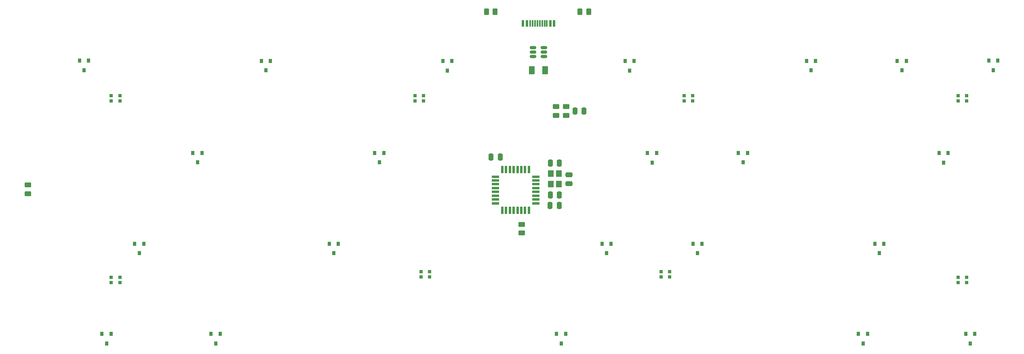
<source format=gbr>
%TF.GenerationSoftware,KiCad,Pcbnew,(6.0.1)*%
%TF.CreationDate,2022-06-06T15:09:24+02:00*%
%TF.ProjectId,dizzy40,64697a7a-7934-4302-9e6b-696361645f70,rev?*%
%TF.SameCoordinates,Original*%
%TF.FileFunction,Paste,Bot*%
%TF.FilePolarity,Positive*%
%FSLAX46Y46*%
G04 Gerber Fmt 4.6, Leading zero omitted, Abs format (unit mm)*
G04 Created by KiCad (PCBNEW (6.0.1)) date 2022-06-06 15:09:24*
%MOMM*%
%LPD*%
G01*
G04 APERTURE LIST*
G04 Aperture macros list*
%AMRoundRect*
0 Rectangle with rounded corners*
0 $1 Rounding radius*
0 $2 $3 $4 $5 $6 $7 $8 $9 X,Y pos of 4 corners*
0 Add a 4 corners polygon primitive as box body*
4,1,4,$2,$3,$4,$5,$6,$7,$8,$9,$2,$3,0*
0 Add four circle primitives for the rounded corners*
1,1,$1+$1,$2,$3*
1,1,$1+$1,$4,$5*
1,1,$1+$1,$6,$7*
1,1,$1+$1,$8,$9*
0 Add four rect primitives between the rounded corners*
20,1,$1+$1,$2,$3,$4,$5,0*
20,1,$1+$1,$4,$5,$6,$7,0*
20,1,$1+$1,$6,$7,$8,$9,0*
20,1,$1+$1,$8,$9,$2,$3,0*%
G04 Aperture macros list end*
%ADD10R,1.600000X0.550000*%
%ADD11R,0.550000X1.600000*%
%ADD12RoundRect,0.250000X-0.250000X-0.475000X0.250000X-0.475000X0.250000X0.475000X-0.250000X0.475000X0*%
%ADD13RoundRect,0.250000X-0.262500X-0.450000X0.262500X-0.450000X0.262500X0.450000X-0.262500X0.450000X0*%
%ADD14R,0.800000X0.900000*%
%ADD15R,0.700000X0.700000*%
%ADD16RoundRect,0.250000X0.450000X-0.262500X0.450000X0.262500X-0.450000X0.262500X-0.450000X-0.262500X0*%
%ADD17RoundRect,0.150000X0.512500X0.150000X-0.512500X0.150000X-0.512500X-0.150000X0.512500X-0.150000X0*%
%ADD18R,1.200000X1.400000*%
%ADD19RoundRect,0.250000X-0.475000X0.250000X-0.475000X-0.250000X0.475000X-0.250000X0.475000X0.250000X0*%
%ADD20RoundRect,0.250000X0.375000X0.625000X-0.375000X0.625000X-0.375000X-0.625000X0.375000X-0.625000X0*%
%ADD21RoundRect,0.250000X-0.450000X0.262500X-0.450000X-0.262500X0.450000X-0.262500X0.450000X0.262500X0*%
%ADD22RoundRect,0.250000X0.250000X0.475000X-0.250000X0.475000X-0.250000X-0.475000X0.250000X-0.475000X0*%
%ADD23RoundRect,0.250000X0.262500X0.450000X-0.262500X0.450000X-0.262500X-0.450000X0.262500X-0.450000X0*%
%ADD24R,0.600000X1.450000*%
%ADD25R,0.300000X1.450000*%
G04 APERTURE END LIST*
D10*
%TO.C,U1*%
X147099292Y-95802800D03*
X147099292Y-96602800D03*
X147099292Y-97402800D03*
X147099292Y-98202800D03*
X147099292Y-99002800D03*
X147099292Y-99802800D03*
X147099292Y-100602800D03*
X147099292Y-101402800D03*
D11*
X145649292Y-102852800D03*
X144849292Y-102852800D03*
X144049292Y-102852800D03*
X143249292Y-102852800D03*
X142449292Y-102852800D03*
X141649292Y-102852800D03*
X140849292Y-102852800D03*
X140049292Y-102852800D03*
D10*
X138599292Y-101402800D03*
X138599292Y-100602800D03*
X138599292Y-99802800D03*
X138599292Y-99002800D03*
X138599292Y-98202800D03*
X138599292Y-97402800D03*
X138599292Y-96602800D03*
X138599292Y-95802800D03*
D11*
X140049292Y-94352800D03*
X140849292Y-94352800D03*
X141649292Y-94352800D03*
X142449292Y-94352800D03*
X143249292Y-94352800D03*
X144049292Y-94352800D03*
X144849292Y-94352800D03*
X145649292Y-94352800D03*
%TD*%
D12*
%TO.C,C2*%
X150080186Y-101825932D03*
X151980186Y-101825932D03*
%TD*%
D13*
%TO.C,R1*%
X136755500Y-61214000D03*
X138580500Y-61214000D03*
%TD*%
D14*
%TO.C,D6*%
X223774000Y-73517000D03*
X222824000Y-71517000D03*
X224724000Y-71517000D03*
%TD*%
D15*
%TO.C,RGB3*%
X123597000Y-79925000D03*
X121767000Y-79925000D03*
X121767000Y-78825000D03*
X123597000Y-78825000D03*
%TD*%
D14*
%TO.C,D19*%
X57150000Y-130794000D03*
X56200000Y-128794000D03*
X58100000Y-128794000D03*
%TD*%
%TO.C,D2*%
X90551000Y-73517000D03*
X89601000Y-71517000D03*
X91501000Y-71517000D03*
%TD*%
D12*
%TO.C,C3*%
X150134069Y-93007319D03*
X152034069Y-93007319D03*
%TD*%
D14*
%TO.C,D18*%
X219075000Y-111871000D03*
X218125000Y-109871000D03*
X220025000Y-109871000D03*
%TD*%
%TO.C,D11*%
X190500000Y-92821000D03*
X189550000Y-90821000D03*
X191450000Y-90821000D03*
%TD*%
%TO.C,D1*%
X52425600Y-73491600D03*
X51475600Y-71491600D03*
X53375600Y-71491600D03*
%TD*%
D16*
%TO.C,R5*%
X144119600Y-107643300D03*
X144119600Y-105818300D03*
%TD*%
D14*
%TO.C,D9*%
X114300000Y-92821000D03*
X113350000Y-90821000D03*
X115250000Y-90821000D03*
%TD*%
%TO.C,D23*%
X215646000Y-130794000D03*
X214696000Y-128794000D03*
X216596000Y-128794000D03*
%TD*%
%TO.C,D14*%
X64008000Y-111871000D03*
X63058000Y-109871000D03*
X64958000Y-109871000D03*
%TD*%
D15*
%TO.C,RGB7*%
X173329000Y-115782000D03*
X175159000Y-115782000D03*
X175159000Y-116882000D03*
X173329000Y-116882000D03*
%TD*%
%TO.C,RGB6*%
X123037000Y-115782000D03*
X124867000Y-115782000D03*
X124867000Y-116882000D03*
X123037000Y-116882000D03*
%TD*%
D14*
%TO.C,D15*%
X104775000Y-111871000D03*
X103825000Y-109871000D03*
X105725000Y-109871000D03*
%TD*%
%TO.C,D10*%
X171450000Y-92846400D03*
X170500000Y-90846400D03*
X172400000Y-90846400D03*
%TD*%
D17*
%TO.C,U2*%
X148762300Y-68747600D03*
X148762300Y-69697600D03*
X148762300Y-70647600D03*
X146487300Y-70647600D03*
X146487300Y-69697600D03*
X146487300Y-68747600D03*
%TD*%
D15*
%TO.C,RGB1*%
X237389000Y-79925000D03*
X235559000Y-79925000D03*
X235559000Y-78825000D03*
X237389000Y-78825000D03*
%TD*%
D14*
%TO.C,D24*%
X238125000Y-130794000D03*
X237175000Y-128794000D03*
X239075000Y-128794000D03*
%TD*%
%TO.C,D8*%
X76200000Y-92821000D03*
X75250000Y-90821000D03*
X77150000Y-90821000D03*
%TD*%
D18*
%TO.C,X1*%
X151904004Y-95207644D03*
X151904004Y-97407644D03*
X150204004Y-97407644D03*
X150204004Y-95207644D03*
%TD*%
D15*
%TO.C,RGB4*%
X59970000Y-79925000D03*
X58140000Y-79925000D03*
X58140000Y-78825000D03*
X59970000Y-78825000D03*
%TD*%
D19*
%TO.C,C4*%
X154076400Y-95417600D03*
X154076400Y-97317600D03*
%TD*%
D14*
%TO.C,D17*%
X180975000Y-111871000D03*
X180025000Y-109871000D03*
X181925000Y-109871000D03*
%TD*%
D15*
%TO.C,RGB8*%
X235559000Y-116925000D03*
X237389000Y-116925000D03*
X237389000Y-118025000D03*
X235559000Y-118025000D03*
%TD*%
D14*
%TO.C,D16*%
X161925000Y-111871000D03*
X160975000Y-109871000D03*
X162875000Y-109871000D03*
%TD*%
%TO.C,D3*%
X128574800Y-73542400D03*
X127624800Y-71542400D03*
X129524800Y-71542400D03*
%TD*%
D16*
%TO.C,R6*%
X40640000Y-99362900D03*
X40640000Y-97537900D03*
%TD*%
D15*
%TO.C,RGB2*%
X179985000Y-79925000D03*
X178155000Y-79925000D03*
X178155000Y-78825000D03*
X179985000Y-78825000D03*
%TD*%
D20*
%TO.C,F1*%
X149024800Y-73507600D03*
X146224800Y-73507600D03*
%TD*%
D14*
%TO.C,D12*%
X232511600Y-92846400D03*
X231561600Y-90846400D03*
X233461600Y-90846400D03*
%TD*%
D21*
%TO.C,R3*%
X151333200Y-81129500D03*
X151333200Y-82954500D03*
%TD*%
D22*
%TO.C,C6*%
X139634000Y-91694000D03*
X137734000Y-91694000D03*
%TD*%
D12*
%TO.C,C5*%
X150116108Y-99634747D03*
X152016108Y-99634747D03*
%TD*%
%TO.C,C1*%
X155310800Y-82042000D03*
X157210800Y-82042000D03*
%TD*%
D21*
%TO.C,R4*%
X153466800Y-81129500D03*
X153466800Y-82954500D03*
%TD*%
D14*
%TO.C,D20*%
X80010000Y-130794000D03*
X79060000Y-128794000D03*
X80960000Y-128794000D03*
%TD*%
D23*
%TO.C,R2*%
X158189300Y-61214000D03*
X156364300Y-61214000D03*
%TD*%
D15*
%TO.C,RGB5*%
X58140000Y-116925000D03*
X59970000Y-116925000D03*
X59970000Y-118025000D03*
X58140000Y-118025000D03*
%TD*%
D14*
%TO.C,D4*%
X166725600Y-73542400D03*
X165775600Y-71542400D03*
X167675600Y-71542400D03*
%TD*%
%TO.C,D5*%
X204774800Y-73517000D03*
X203824800Y-71517000D03*
X205724800Y-71517000D03*
%TD*%
D24*
%TO.C,USB1*%
X144425600Y-63684200D03*
X145225600Y-63684200D03*
D25*
X146425600Y-63684200D03*
X147425600Y-63684200D03*
X147925600Y-63684200D03*
X148925600Y-63684200D03*
D24*
X150125600Y-63684200D03*
X150925600Y-63684200D03*
X150925600Y-63684200D03*
X150125600Y-63684200D03*
D25*
X149425600Y-63684200D03*
X148425600Y-63684200D03*
X146925600Y-63684200D03*
X145925600Y-63684200D03*
D24*
X145225600Y-63684200D03*
X144425600Y-63684200D03*
%TD*%
D14*
%TO.C,D22*%
X152400000Y-130794000D03*
X151450000Y-128794000D03*
X153350000Y-128794000D03*
%TD*%
%TO.C,D25*%
X242951000Y-73491600D03*
X242001000Y-71491600D03*
X243901000Y-71491600D03*
%TD*%
M02*

</source>
